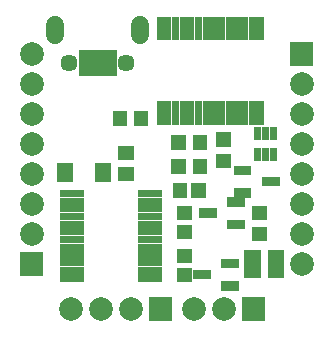
<source format=gts>
G04 Layer: TopSolderMaskLayer*
G04 EasyEDA v6.4.7, 2020-11-10T21:56:29+01:00*
G04 d56d7f5836d14aafa71abd029e92fcd7,d798ca008b2c48fc9d28453cf4f639a5,10*
G04 Gerber Generator version 0.2*
G04 Scale: 100 percent, Rotated: No, Reflected: No *
G04 Dimensions in millimeters *
G04 leading zeros omitted , absolute positions ,3 integer and 3 decimal *
%FSLAX33Y33*%
%MOMM*%
G90*
D02*

%ADD29C,1.503197*%
%ADD31C,1.453210*%
%ADD38C,2.003196*%

%LPD*%
G54D29*
G01X3893Y25341D02*
G01X3893Y26241D01*
G01X11092Y25341D02*
G01X11092Y26241D01*
G36*
G01X5877Y21874D02*
G01X5877Y24079D01*
G01X6530Y24079D01*
G01X6530Y21874D01*
G01X5877Y21874D01*
G37*
G36*
G01X6527Y21874D02*
G01X6527Y24079D01*
G01X7180Y24079D01*
G01X7180Y21874D01*
G01X6527Y21874D01*
G37*
G36*
G01X7178Y21874D02*
G01X7178Y24079D01*
G01X7830Y24079D01*
G01X7830Y21874D01*
G01X7178Y21874D01*
G37*
G36*
G01X7825Y21874D02*
G01X7825Y24079D01*
G01X8481Y24079D01*
G01X8481Y21874D01*
G01X7825Y21874D01*
G37*
G36*
G01X8475Y21874D02*
G01X8475Y24079D01*
G01X9131Y24079D01*
G01X9131Y21874D01*
G01X8475Y21874D01*
G37*
G54D31*
G01X9903Y22991D03*
G01X5062Y22991D03*
G36*
G01X13837Y11539D02*
G01X13837Y12844D01*
G01X15041Y12844D01*
G01X15041Y11539D01*
G01X13837Y11539D01*
G37*
G36*
G01X15438Y11539D02*
G01X15438Y12844D01*
G01X16642Y12844D01*
G01X16642Y11539D01*
G01X15438Y11539D01*
G37*
G36*
G01X17508Y15918D02*
G01X17508Y17122D01*
G01X18813Y17122D01*
G01X18813Y15918D01*
G01X17508Y15918D01*
G37*
G36*
G01X17508Y14119D02*
G01X17508Y15321D01*
G01X18813Y15321D01*
G01X18813Y14119D01*
G01X17508Y14119D01*
G37*
G36*
G01X21414Y14678D02*
G01X21414Y15781D01*
G01X22019Y15781D01*
G01X22019Y14678D01*
G01X21414Y14678D01*
G37*
G36*
G01X22064Y14678D02*
G01X22064Y15781D01*
G01X22669Y15781D01*
G01X22669Y14678D01*
G01X22064Y14678D01*
G37*
G36*
G01X22064Y16476D02*
G01X22064Y17581D01*
G01X22669Y17581D01*
G01X22669Y16476D01*
G01X22064Y16476D01*
G37*
G36*
G01X21414Y16476D02*
G01X21414Y17581D01*
G01X22019Y17581D01*
G01X22019Y16476D01*
G01X21414Y16476D01*
G37*
G36*
G01X20764Y16476D02*
G01X20764Y17581D01*
G01X21369Y17581D01*
G01X21369Y16476D01*
G01X20764Y16476D01*
G37*
G36*
G01X20764Y14678D02*
G01X20764Y15781D01*
G01X21369Y15781D01*
G01X21369Y14678D01*
G01X20764Y14678D01*
G37*
G36*
G01X21879Y4787D02*
G01X21879Y7150D01*
G01X23281Y7150D01*
G01X23281Y4787D01*
G01X21879Y4787D01*
G37*
G36*
G01X19898Y4787D02*
G01X19898Y7150D01*
G01X21300Y7150D01*
G01X21300Y4787D01*
G01X19898Y4787D01*
G37*
G36*
G01X15537Y13571D02*
G01X15537Y14876D01*
G01X16741Y14876D01*
G01X16741Y13571D01*
G01X15537Y13571D01*
G37*
G36*
G01X13738Y13571D02*
G01X13738Y14876D01*
G01X14940Y14876D01*
G01X14940Y13571D01*
G01X13738Y13571D01*
G37*
G36*
G01X20937Y24922D02*
G01X20937Y26929D01*
G01X21546Y26929D01*
G01X21546Y24922D01*
G01X20937Y24922D01*
G37*
G36*
G01X20286Y24922D02*
G01X20286Y26929D01*
G01X20896Y26929D01*
G01X20896Y24922D01*
G01X20286Y24922D01*
G37*
G36*
G01X19639Y24922D02*
G01X19639Y26929D01*
G01X20248Y26929D01*
G01X20248Y24922D01*
G01X19639Y24922D01*
G37*
G36*
G01X18989Y24922D02*
G01X18989Y26929D01*
G01X19598Y26929D01*
G01X19598Y24922D01*
G01X18989Y24922D01*
G37*
G36*
G01X18338Y24922D02*
G01X18338Y26929D01*
G01X18948Y26929D01*
G01X18948Y24922D01*
G01X18338Y24922D01*
G37*
G36*
G01X17688Y24922D02*
G01X17688Y26929D01*
G01X18298Y26929D01*
G01X18298Y24922D01*
G01X17688Y24922D01*
G37*
G36*
G01X17038Y24922D02*
G01X17038Y26929D01*
G01X17647Y26929D01*
G01X17647Y24922D01*
G01X17038Y24922D01*
G37*
G36*
G01X16388Y24922D02*
G01X16388Y26929D01*
G01X16997Y26929D01*
G01X16997Y24922D01*
G01X16388Y24922D01*
G37*
G36*
G01X15737Y24922D02*
G01X15737Y26929D01*
G01X16347Y26929D01*
G01X16347Y24922D01*
G01X15737Y24922D01*
G37*
G36*
G01X15087Y24922D02*
G01X15087Y26929D01*
G01X15697Y26929D01*
G01X15697Y24922D01*
G01X15087Y24922D01*
G37*
G36*
G01X14437Y24922D02*
G01X14437Y26929D01*
G01X15046Y26929D01*
G01X15046Y24922D01*
G01X14437Y24922D01*
G37*
G36*
G01X13787Y24922D02*
G01X13787Y26929D01*
G01X14396Y26929D01*
G01X14396Y24922D01*
G01X13787Y24922D01*
G37*
G36*
G01X13139Y24922D02*
G01X13139Y26929D01*
G01X13749Y26929D01*
G01X13749Y24922D01*
G01X13139Y24922D01*
G37*
G36*
G01X12489Y24922D02*
G01X12489Y26929D01*
G01X13098Y26929D01*
G01X13098Y24922D01*
G01X12489Y24922D01*
G37*
G36*
G01X12489Y17774D02*
G01X12489Y19781D01*
G01X13098Y19781D01*
G01X13098Y17774D01*
G01X12489Y17774D01*
G37*
G36*
G01X13139Y17774D02*
G01X13139Y19781D01*
G01X13749Y19781D01*
G01X13749Y17774D01*
G01X13139Y17774D01*
G37*
G36*
G01X13787Y17774D02*
G01X13787Y19781D01*
G01X14396Y19781D01*
G01X14396Y17774D01*
G01X13787Y17774D01*
G37*
G36*
G01X14437Y17774D02*
G01X14437Y19781D01*
G01X15046Y19781D01*
G01X15046Y17774D01*
G01X14437Y17774D01*
G37*
G36*
G01X15087Y17774D02*
G01X15087Y19781D01*
G01X15697Y19781D01*
G01X15697Y17774D01*
G01X15087Y17774D01*
G37*
G36*
G01X15737Y17774D02*
G01X15737Y19781D01*
G01X16347Y19781D01*
G01X16347Y17774D01*
G01X15737Y17774D01*
G37*
G36*
G01X16388Y17774D02*
G01X16388Y19781D01*
G01X16997Y19781D01*
G01X16997Y17774D01*
G01X16388Y17774D01*
G37*
G36*
G01X17038Y17774D02*
G01X17038Y19781D01*
G01X17647Y19781D01*
G01X17647Y17774D01*
G01X17038Y17774D01*
G37*
G36*
G01X17688Y17774D02*
G01X17688Y19781D01*
G01X18298Y19781D01*
G01X18298Y17774D01*
G01X17688Y17774D01*
G37*
G36*
G01X18338Y17774D02*
G01X18338Y19781D01*
G01X18948Y19781D01*
G01X18948Y17774D01*
G01X18338Y17774D01*
G37*
G36*
G01X18989Y17774D02*
G01X18989Y19781D01*
G01X19598Y19781D01*
G01X19598Y17774D01*
G01X18989Y17774D01*
G37*
G36*
G01X19639Y17774D02*
G01X19639Y19781D01*
G01X20248Y19781D01*
G01X20248Y17774D01*
G01X19639Y17774D01*
G37*
G36*
G01X20286Y17774D02*
G01X20286Y19781D01*
G01X20896Y19781D01*
G01X20896Y17774D01*
G01X20286Y17774D01*
G37*
G36*
G01X20937Y17774D02*
G01X20937Y19781D01*
G01X21546Y19781D01*
G01X21546Y17774D01*
G01X20937Y17774D01*
G37*
G36*
G01X19004Y11602D02*
G01X19004Y12405D01*
G01X20505Y12405D01*
G01X20505Y11602D01*
G01X19004Y11602D01*
G37*
G36*
G01X21404Y12552D02*
G01X21404Y13355D01*
G01X22905Y13355D01*
G01X22905Y12552D01*
G01X21404Y12552D01*
G37*
G36*
G01X19004Y13502D02*
G01X19004Y14305D01*
G01X20505Y14305D01*
G01X20505Y13502D01*
G01X19004Y13502D01*
G37*
G36*
G01X15537Y15603D02*
G01X15537Y16908D01*
G01X16741Y16908D01*
G01X16741Y15603D01*
G01X15537Y15603D01*
G37*
G36*
G01X13738Y15603D02*
G01X13738Y16908D01*
G01X14940Y16908D01*
G01X14940Y15603D01*
G01X13738Y15603D01*
G37*
G36*
G01X10584Y17635D02*
G01X10584Y18940D01*
G01X11788Y18940D01*
G01X11788Y17635D01*
G01X10584Y17635D01*
G37*
G36*
G01X8785Y17635D02*
G01X8785Y18940D01*
G01X9987Y18940D01*
G01X9987Y17635D01*
G01X8785Y17635D01*
G37*
G54D38*
G01X15621Y2159D03*
G01X18161Y2159D03*
G36*
G01X19700Y1158D02*
G01X19700Y3159D01*
G01X21701Y3159D01*
G01X21701Y1158D01*
G01X19700Y1158D01*
G37*
G36*
G01X18483Y10835D02*
G01X18483Y11638D01*
G01X19984Y11638D01*
G01X19984Y10835D01*
G01X18483Y10835D01*
G37*
G36*
G01X16083Y9885D02*
G01X16083Y10688D01*
G01X17584Y10688D01*
G01X17584Y9885D01*
G01X16083Y9885D01*
G37*
G36*
G01X18483Y8935D02*
G01X18483Y9738D01*
G01X19984Y9738D01*
G01X19984Y8935D01*
G01X18483Y8935D01*
G37*
G36*
G01X17975Y5628D02*
G01X17975Y6431D01*
G01X19476Y6431D01*
G01X19476Y5628D01*
G01X17975Y5628D01*
G37*
G36*
G01X15575Y4678D02*
G01X15575Y5481D01*
G01X17076Y5481D01*
G01X17076Y4678D01*
G01X15575Y4678D01*
G37*
G36*
G01X17975Y3728D02*
G01X17975Y4531D01*
G01X19476Y4531D01*
G01X19476Y3728D01*
G01X17975Y3728D01*
G37*
G36*
G01X7249Y12913D02*
G01X7249Y14518D01*
G01X8651Y14518D01*
G01X8651Y12913D01*
G01X7249Y12913D01*
G37*
G36*
G01X4048Y12913D02*
G01X4048Y14518D01*
G01X5450Y14518D01*
G01X5450Y12913D01*
G01X4048Y12913D01*
G37*
G36*
G01X23764Y22748D02*
G01X23764Y24749D01*
G01X25765Y24749D01*
G01X25765Y22748D01*
G01X23764Y22748D01*
G37*
G01X24765Y21209D03*
G01X24765Y18669D03*
G01X24765Y16129D03*
G01X24765Y13589D03*
G01X24765Y11049D03*
G01X24765Y8509D03*
G01X24765Y5969D03*
G36*
G01X904Y4968D02*
G01X904Y6969D01*
G01X2905Y6969D01*
G01X2905Y4968D01*
G01X904Y4968D01*
G37*
G01X1905Y8509D03*
G01X1905Y11049D03*
G01X1905Y13589D03*
G01X1905Y16129D03*
G01X1905Y18669D03*
G01X1905Y21209D03*
G01X1905Y23749D03*
G36*
G01X14206Y8122D02*
G01X14206Y9326D01*
G01X15511Y9326D01*
G01X15511Y8122D01*
G01X14206Y8122D01*
G37*
G36*
G01X14206Y9723D02*
G01X14206Y10927D01*
G01X15511Y10927D01*
G01X15511Y9723D01*
G01X14206Y9723D01*
G37*
G36*
G01X14206Y6040D02*
G01X14206Y7244D01*
G01X15511Y7244D01*
G01X15511Y6040D01*
G01X14206Y6040D01*
G37*
G36*
G01X14206Y4439D02*
G01X14206Y5643D01*
G01X15511Y5643D01*
G01X15511Y4439D01*
G01X14206Y4439D01*
G37*
G36*
G01X4333Y11658D02*
G01X4333Y12268D01*
G01X6339Y12268D01*
G01X6339Y11658D01*
G01X4333Y11658D01*
G37*
G36*
G01X4333Y10998D02*
G01X4333Y11607D01*
G01X6339Y11607D01*
G01X6339Y10998D01*
G01X4333Y10998D01*
G37*
G36*
G01X4333Y10363D02*
G01X4333Y10972D01*
G01X6339Y10972D01*
G01X6339Y10363D01*
G01X4333Y10363D01*
G37*
G36*
G01X4333Y9702D02*
G01X4333Y10312D01*
G01X6339Y10312D01*
G01X6339Y9702D01*
G01X4333Y9702D01*
G37*
G36*
G01X4333Y9042D02*
G01X4333Y9652D01*
G01X6339Y9652D01*
G01X6339Y9042D01*
G01X4333Y9042D01*
G37*
G36*
G01X4333Y8407D02*
G01X4333Y9017D01*
G01X6339Y9017D01*
G01X6339Y8407D01*
G01X4333Y8407D01*
G37*
G36*
G01X4333Y7747D02*
G01X4333Y8356D01*
G01X6339Y8356D01*
G01X6339Y7747D01*
G01X4333Y7747D01*
G37*
G36*
G01X4333Y7112D02*
G01X4333Y7721D01*
G01X6339Y7721D01*
G01X6339Y7112D01*
G01X4333Y7112D01*
G37*
G36*
G01X4333Y6451D02*
G01X4333Y7061D01*
G01X6339Y7061D01*
G01X6339Y6451D01*
G01X4333Y6451D01*
G37*
G36*
G01X4333Y5791D02*
G01X4333Y6400D01*
G01X6339Y6400D01*
G01X6339Y5791D01*
G01X4333Y5791D01*
G37*
G36*
G01X4333Y5156D02*
G01X4333Y5765D01*
G01X6339Y5765D01*
G01X6339Y5156D01*
G01X4333Y5156D01*
G37*
G36*
G01X4333Y4495D02*
G01X4333Y5105D01*
G01X6339Y5105D01*
G01X6339Y4495D01*
G01X4333Y4495D01*
G37*
G36*
G01X10932Y4495D02*
G01X10932Y5105D01*
G01X12938Y5105D01*
G01X12938Y4495D01*
G01X10932Y4495D01*
G37*
G36*
G01X10932Y5156D02*
G01X10932Y5765D01*
G01X12938Y5765D01*
G01X12938Y5156D01*
G01X10932Y5156D01*
G37*
G36*
G01X10932Y5791D02*
G01X10932Y6400D01*
G01X12938Y6400D01*
G01X12938Y5791D01*
G01X10932Y5791D01*
G37*
G36*
G01X10932Y6451D02*
G01X10932Y7061D01*
G01X12938Y7061D01*
G01X12938Y6451D01*
G01X10932Y6451D01*
G37*
G36*
G01X10932Y7112D02*
G01X10932Y7721D01*
G01X12938Y7721D01*
G01X12938Y7112D01*
G01X10932Y7112D01*
G37*
G36*
G01X10932Y7747D02*
G01X10932Y8356D01*
G01X12938Y8356D01*
G01X12938Y7747D01*
G01X10932Y7747D01*
G37*
G36*
G01X10932Y8407D02*
G01X10932Y9017D01*
G01X12938Y9017D01*
G01X12938Y8407D01*
G01X10932Y8407D01*
G37*
G36*
G01X10932Y9042D02*
G01X10932Y9652D01*
G01X12938Y9652D01*
G01X12938Y9042D01*
G01X10932Y9042D01*
G37*
G36*
G01X10932Y9702D02*
G01X10932Y10312D01*
G01X12938Y10312D01*
G01X12938Y9702D01*
G01X10932Y9702D01*
G37*
G36*
G01X10932Y10363D02*
G01X10932Y10972D01*
G01X12938Y10972D01*
G01X12938Y10363D01*
G01X10932Y10363D01*
G37*
G36*
G01X10932Y10998D02*
G01X10932Y11607D01*
G01X12938Y11607D01*
G01X12938Y10998D01*
G01X10932Y10998D01*
G37*
G36*
G01X10932Y11658D02*
G01X10932Y12268D01*
G01X12938Y12268D01*
G01X12938Y11658D01*
G01X10932Y11658D01*
G37*
G36*
G01X9253Y14775D02*
G01X9253Y15979D01*
G01X10558Y15979D01*
G01X10558Y14775D01*
G01X9253Y14775D01*
G37*
G36*
G01X9253Y12976D02*
G01X9253Y14178D01*
G01X10558Y14178D01*
G01X10558Y12976D01*
G01X9253Y12976D01*
G37*
G36*
G01X20556Y9695D02*
G01X20556Y10899D01*
G01X21861Y10899D01*
G01X21861Y9695D01*
G01X20556Y9695D01*
G37*
G36*
G01X20556Y7896D02*
G01X20556Y9098D01*
G01X21861Y9098D01*
G01X21861Y7896D01*
G01X20556Y7896D01*
G37*
G01X5207Y2159D03*
G01X7747Y2159D03*
G01X10287Y2159D03*
G36*
G01X11826Y1158D02*
G01X11826Y3159D01*
G01X13827Y3159D01*
G01X13827Y1158D01*
G01X11826Y1158D01*
G37*
M00*
M02*

</source>
